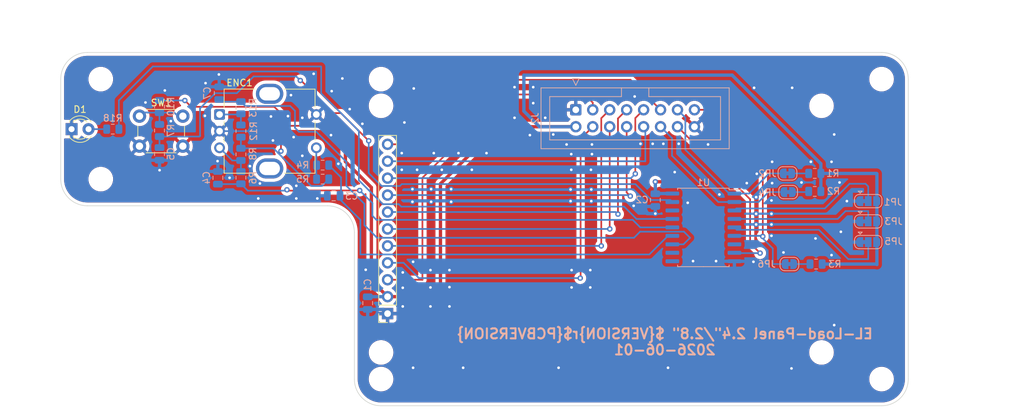
<source format=kicad_pcb>
(kicad_pcb (version 20221018) (generator pcbnew)
  (title_block (title "EL-Load-Panel 2.4\"/2.8\"") (date "2024-01-26") (rev "${VERSION}r${PCBVERSION}") (comment 2 "License: CERN-OHL-W-2.0"))
  (layers (0 "F.Cu" signal) (31 "B.Cu" signal) (34 "B.Paste" user) (35 "F.Paste" user) (36 "B.SilkS" user "B.Silkscreen") (37 "F.SilkS" user "F.Silkscreen") (38 "B.Mask" user) (39 "F.Mask" user) (44 "Edge.Cuts" user))
  (property "PCBVERSION" "2")
  (property "VERSION" "1")
  (net 0 "")
  (net 1 "+3V3")
  (net 2 "GND")
  (net 3 "/encS")
  (net 4 "/encB")
  (net 5 "/sw0")
  (net 6 "/encA")
  (net 7 "Net-(D1-A)")
  (net 8 "Net-(ENC1-PadA)")
  (net 9 "Net-(ENC1-PadB)")
  (net 10 "Net-(ENC1-PadS2)")
  (net 11 "/SCLK")
  (net 12 "/MOSI")
  (net 13 "/RESET")
  (net 14 "/DC")
  (net 15 "/BLK")
  (net 16 "/MISO")
  (net 17 "/CS1")
  (net 18 "/CS2")
  (net 19 "/PEN")
  (net 20 "/SDA")
  (net 21 "/SCL")
  (net 22 "/INT")
  (net 23 "/~{RESET}")
  (net 24 "/A2")
  (net 25 "Net-(JP2-B)")
  (net 26 "/A1")
  (net 27 "Net-(JP4-B)")
  (net 28 "/A0")
  (net 29 "Net-(JP6-B)")
  (net 30 "Net-(SW1-A)")
  (net 31 "/sw4")
  (footprint "LED_THT:LED_D3.0mm" (layer "F.Cu") (at 123.725 72.7)
    (fp_text reference "D1")
    (fp_text value "LED")
  )
  (footprint "MountingHole:MountingHole_3.2mm_M3" (layer "F.Cu") (at 128.1 65.2)
    (fp_text reference locked "H1" hide)
    (fp_text value "MountingHole")
  )
  (footprint "MountingHole:MountingHole_3.2mm_M3" (layer "F.Cu") (at 170.1 65.2)
    (fp_text reference "H7" hide)
    (fp_text value "MountingHole")
  )
  (footprint "MountingHole:MountingHole_3.2mm_M3" (layer "F.Cu") (at 236.1 106.2)
    (fp_text reference "H6" hide)
    (fp_text value "MountingHole")
  )
  (footprint "MountingHole:MountingHole_3.2mm_M3" (layer "F.Cu") (at 128.1 80.2)
    (fp_text reference "H4" hide)
    (fp_text value "MountingHole")
  )
  (footprint "MountingHole:MountingHole_3.2mm_M3" (layer "F.Cu") (at 245.1 110.2)
    (fp_text reference "H9" hide)
    (fp_text value "MountingHole")
  )
  (footprint "Button_Switch_THT:SW_PUSH_6mm_H8.5mm" (layer "F.Cu") (at 133.9 70.75)
    (fp_text reference "SW1")
    (fp_text value "ON/OFF")
  )
  (footprint "MountingHole:MountingHole_3.2mm_M3" (layer "F.Cu") (at 170.1 106.2)
    (fp_text reference "H3" hide)
    (fp_text value "MountingHole")
  )
  (footprint "MountingHole:MountingHole_3.2mm_M3" (layer "F.Cu") (at 170.1 110.2)
    (fp_text reference "H8" hide)
    (fp_text value "MountingHole")
  )
  (footprint "Connector_PinSocket_2.54mm:PinSocket_1x11_P2.54mm_Vertical" (layer "F.Cu") (at 171.075 100.375 180)
    (fp_text reference "J1" hide)
    (fp_text value "Touchscreen")
  )
  (footprint "MountingHole:MountingHole_3.2mm_M3" (layer "F.Cu") (at 245.1 65.2)
    (fp_text reference "H10" hide)
    (fp_text value "MountingHole")
  )
  (footprint "MountingHole:MountingHole_3.2mm_M3" (layer "F.Cu") (at 170.1 69.2)
    (fp_text reference "H2" hide)
    (fp_text value "MountingHole")
  )
  (footprint "MountingHole:MountingHole_3.2mm_M3" (layer "F.Cu") (at 236.1 69.2)
    (fp_text reference "H5" hide)
    (fp_text value "MountingHole")
  )
  (footprint "Rotary_Encoder:RotaryEncoder_Bourns_Vertical_PEC12R-3x17F-Sxxxx" (layer "F.Cu") (at 145.9 70.5)
    (fp_text reference "ENC1")
    (fp_text value "Bourns PEC11R")
  )
  (footprint "Jumper:SolderJumper-3_P1.3mm_Bridged12_RoundedPad1.0x1.5mm" (layer "B.Cu") (at 243.1 83.5)
    (fp_text reference "JP1")
    (fp_text value "A2")
  )
  (footprint "Resistor_SMD:R_0805_2012Metric" (layer "B.Cu") (at 149.1 69.4875 -90)
    (fp_text reference "R13")
    (fp_text value "10k")
  )
  (footprint "Capacitor_SMD:C_0805_2012Metric" (layer "B.Cu") (at 136.9 76.4125 -90)
    (fp_text reference "C5")
    (fp_text value "10n")
  )
  (footprint "Resistor_SMD:R_0805_2012Metric" (layer "B.Cu") (at 149.1 72.9875 90)
    (fp_text reference "R12")
    (fp_text value "10k")
  )
  (footprint "Jumper:SolderJumper-3_P1.3mm_Bridged12_RoundedPad1.0x1.5mm" (layer "B.Cu") (at 243.1 89.6425)
    (fp_text reference "JP5")
    (fp_text value "A0")
  )
  (footprint "Resistor_SMD:R_0805_2012Metric" (layer "B.Cu") (at 149.1 79.9875 90)
    (fp_text reference "R6")
    (fp_text value "10k")
  )
  (footprint "Resistor_SMD:R_0805_2012Metric" (layer "B.Cu") (at 161.35 80.2 180)
    (fp_text reference "R5")
    (fp_text value "10k")
  )
  (footprint "Jumper:SolderJumper-2_P1.3mm_Bridged_RoundedPad1.0x1.5mm" (layer "B.Cu") (at 231 79.3425)
    (fp_text reference "JP2")
    (fp_text value "SCL PU")
  )
  (footprint "Resistor_SMD:R_0805_2012Metric" (layer "B.Cu") (at 136.9 69.3125 -90)
    (fp_text reference "R10")
    (fp_text value "10k")
  )
  (footprint "Resistor_SMD:R_0805_2012Metric" (layer "B.Cu") (at 235.0875 82.0425 180)
    (fp_text reference "R2")
    (fp_text value "10k")
  )
  (footprint "Resistor_SMD:R_0805_2012Metric" (layer "B.Cu") (at 129.9 72.7 180)
    (fp_text reference "R18")
    (fp_text value "270")
  )
  (footprint "Capacitor_SMD:C_0805_2012Metric" (layer "B.Cu") (at 211.2 83.3425 -90)
    (fp_text reference "C2")
    (fp_text value "100n")
  )
  (footprint "Resistor_SMD:R_0805_2012Metric" (layer "B.Cu") (at 136.9 72.9 90)
    (fp_text reference "R7")
    (fp_text value "10k")
  )
  (footprint "Resistor_SMD:R_0805_2012Metric" (layer "B.Cu") (at 161.35 78.1 180)
    (fp_text reference "R4")
    (fp_text value "10k")
  )
  (footprint "Capacitor_SMD:C_0805_2012Metric" (layer "B.Cu") (at 168.1 98.8 -90)
    (fp_text reference "C1")
    (fp_text value "1u")
  )
  (footprint "Jumper:SolderJumper-2_P1.3mm_Bridged_RoundedPad1.0x1.5mm" (layer "B.Cu") (at 231.2875 92.9425)
    (fp_text reference "JP6")
    (fp_text value "RST PU")
  )
  (footprint "Capacitor_SMD:C_0805_2012Metric" (layer "B.Cu") (at 145.65 80 90)
    (fp_text reference "C4")
    (fp_text value "10n")
  )
  (footprint "Capacitor_SMD:C_0805_2012Metric" (layer "B.Cu") (at 163 82.7 180)
    (fp_text reference "C3")
    (fp_text value "10n")
  )
  (footprint "Resistor_SMD:R_0805_2012Metric" (layer "B.Cu") (at 149.1 76.4875 -90)
    (fp_text reference "R8")
    (fp_text value "10k")
  )
  (footprint "Connector_IDC:IDC-Header_2x08_P2.54mm_Vertical" (layer "B.Cu") (at 199.28 69.8 -90)
    (fp_text reference "J2")
    (fp_text value "Conn_02x08_Odd_Even")
  )
  (footprint "Jumper:SolderJumper-3_P1.3mm_Bridged12_RoundedPad1.0x1.5mm" (layer "B.Cu") (at 243.1 86.5425)
    (fp_text reference "JP3")
    (fp_text value "A1")
  )
  (footprint "Package_SO:SOIC-18W_7.5x11.6mm_P1.27mm" (layer "B.Cu") (at 218.4 87.4425 180)
    (fp_text reference "U1")
    (fp_text value "MCP23008-xSO")
  )
  (footprint "Capacitor_SMD:C_0805_2012Metric" (layer "B.Cu") (at 145.85 67.3 90)
    (fp_text reference "C7")
    (fp_text value "10n")
  )
  (footprint "Resistor_SMD:R_0805_2012Metric" (layer "B.Cu") (at 235.2875 92.9425 180)
    (fp_text reference "R3")
    (fp_text value "10k")
  )
  (footprint "Resistor_SMD:R_0805_2012Metric" (layer "B.Cu") (at 235.0875 79.3425 180)
    (fp_text reference "R1")
    (fp_text value "10k")
  )
  (footprint "Jumper:SolderJumper-2_P1.3mm_Bridged_RoundedPad1.0x1.5mm" (layer "B.Cu") (at 231.1 82.1425)
    (fp_text reference "JP4")
    (fp_text value "SDA PU")
  )
  (gr_arc locked (start 245.1 61.2) (mid 247.928427 62.371573) (end 249.1 65.2) (stroke (width 0.1)) (layer "Edge.Cuts"))
  (gr_line (start 170.1 114.2) (end 245.1 114.2) (stroke (width 0.1)) (layer "Edge.Cuts"))
  (gr_arc (start 170.1 114.2) (mid 167.271573 113.028427) (end 166.1 110.2) (stroke (width 0.1)) (layer "Edge.Cuts"))
  (gr_line (start 122.1 65.2) (end 122.101384 80.2) (stroke (width 0.1)) (layer "Edge.Cuts"))
  (gr_arc (start 162.101384 84.201384) (mid 164.928843 85.372546) (end 166.1 88.2) (stroke (width 0.1)) (layer "Edge.Cuts"))
  (gr_line (start 126.1 61.2) (end 245.1 61.2) (stroke (width 0.1)) (layer "Edge.Cuts"))
  (gr_arc (start 122.1 65.2) (mid 123.271573 62.371573) (end 126.1 61.2) (stroke (width 0.1)) (layer "Edge.Cuts"))
  (gr_line (start 126.1 84.198616) (end 162.101384 84.201384) (stroke (width 0.1)) (layer "Edge.Cuts"))
  (gr_line (start 166.1 110.2) (end 166.1 88.2) (stroke (width 0.1)) (layer "Edge.Cuts"))
  (gr_arc (start 126.1 84.198616) (mid 123.272552 83.027448) (end 122.101384 80.2) (stroke (width 0.1)) (layer "Edge.Cuts"))
  (gr_line (start 249.1 65.2) (end 249.1 110.2) (stroke (width 0.1)) (layer "Edge.Cuts"))
  (gr_arc locked (start 249.1 110.2) (mid 247.928427 113.028427) (end 245.1 114.2) (stroke (width 0.1)) (layer "Edge.Cuts"))
  (gr_text locked "${TITLE} ${REVISION}\n${CURRENT_DATE}" (at 212.6 106.7) (layer "B.SilkS") (effects (font (size 1.5 1.5) (thickness 0.3) bold) (justify bottom mirror)))
  (segment (start 218.6 84.2) (end 215 80.6) (width 0.5) (layer "F.Cu") (net 1))
  (segment (start 154.1 69.35) (end 155.1 70.35) (width 0.25) (layer "F.Cu") (net 1))
  (segment (start 215 80.6) (end 211.2 80.6) (width 0.5) (layer "F.Cu") (net 1))
  (segment (start 163.5 72.3) (end 163.4 72.2) (width 0.25) (layer "F.Cu") (net 1))
  (segment (start 164.76 73.56) (end 164.76 77.562082) (width 0.5) (layer "F.Cu") (net 1))
  (segment (start 187.56 72.34) (end 179 80.9) (width 0.5) (layer "F.Cu") (net 1))
  (segment (start 218.6 97.8) (end 218.6 84.2) (width 0.5) (layer "F.Cu") (net 1))
  (segment (start 179 97.8) (end 178.965 97.835) (width 0.5) (layer "F.Cu") (net 1))
  (segment (start 163.4 72.2) (end 155.2 72.2) (width 0.25) (layer "F.Cu") (net 1))
  (segment (start 179 95.9) (end 179 97.8) (width 0.5) (layer "F.Cu") (net 1))
  (segment (start 168.65 81.452082) (end 168.65 95.41) (width 0.5) (layer "F.Cu") (net 1))
  (segment (start 140.7 68.4) (end 141.65 69.35) (width 0.25) (layer "F.Cu") (net 1))
  (segment (start 179 97.8) (end 218.6 97.8) (width 0.5) (layer "F.Cu") (net 1))
  (segment (start 199.28 72.34) (end 187.56 72.34) (width 0.5) (layer "F.Cu") (net 1))
  (segment (start 141.65 69.35) (end 154.1 69.35) (width 0.25) (layer "F.Cu") (net 1))
  (segment (start 178.965 97.835) (end 171.075 97.835) (width 0.5) (layer "F.Cu") (net 1))
  (segment (start 163.5 72.3) (end 164.76 73.56) (width 0.5) (layer "F.Cu") (net 1))
  (segment (start 155.2 72.2) (end 155.1 72.1) (width 0.25) (layer "F.Cu") (net 1))
  (segment (start 179 80.9) (end 179 95.9) (width 0.5) (layer "F.Cu") (net 1))
  (segment (start 155.1 70.35) (end 155.1 76) (width 0.25) (layer "F.Cu") (net 1))
  (segment (start 168.65 95.41) (end 171.075 97.835) (width 0.5) (layer "F.Cu") (net 1))
  (segment (start 164.76 77.562082) (end 168.65 81.452082) (width 0.5) (layer "F.Cu") (net 1))
  (via (at 155.1 76) (size 0.8) (drill 0.4) (layers "F.Cu" "B.Cu") (net 1))
  (via (at 140.7 68.4) (size 0.8) (drill 0.4) (layers "F.Cu" "B.Cu") (net 1))
  (via (at 211.2 80.6) (size 0.8) (drill 0.4) (layers "F.Cu" "B.Cu") (net 1))
  (segment (start 213.75 82.3625) (end 211.23 82.3625) (width 0.5) (layer "B.Cu") (net 1))
  (segment (start 154.775 76.325) (end 154.725 76.325) (width 0.25) (layer "B.Cu") (net 1))
  (segment (start 236 79.3425) (end 236 77.897918) (width 0.5) (layer "B.Cu") (net 1))
  (segment (start 159.625 81.225) (end 161.2375 81.225) (width 0.25) (layer "B.Cu") (net 1))
  (segment (start 161.2375 81.225) (end 162.2625 80.2) (width 0.25) (layer "B.Cu") (net 1))
  (segment (start 168.115 97.835) (end 168.1 97.85) (width 0.5) (layer "B.Cu") (net 1))
  (segment (start 244.4 79.4) (end 244.4 83.5) (width 0.5) (layer "B.Cu") (net 1))
  (segment (start 244.4 93) (end 244.3425 92.9425) (width 0.5) (layer "B.Cu") (net 1))
  (segment (start 236 79.3425) (end 244.3425 79.3425) (width 0.5) (layer "B.Cu") (net 1))
  (segment (start 149.1 73.9) (end 149.1 75.575) (width 0.25) (layer "B.Cu") (net 1))
  (segment (start 222.702082 64.6) (end 191.5 64.6) (width 0.5) (layer "B.Cu") (net 1))
  (segment (start 153.975 75.575) (end 154.725 76.325) (width 0.25) (layer "B.Cu") (net 1))
  (segment (start 136.9 68.4) (end 140.7 68.4) (width 0.25) (layer "B.Cu") (net 1))
  (segment (start 244.3425 92.9425) (end 236.2 92.9425) (width 0.5) (layer "B.Cu") (net 1))
  (segment (start 154.725 76.325) (end 159.625 81.225) (width 0.25) (layer "B.Cu") (net 1))
  (segment (start 155.1 76) (end 154.775 76.325) (width 0.25) (layer "B.Cu") (net 1))
  (segment (start 191.5 64.6) (end 191.5 70) (width 0.5) (layer "B.Cu") (net 1))
  (segment (start 244.4 89.6425) (end 244.4 93) (width 0.5) (layer "B.Cu") (net 1))
  (segment (start 244.3425 79.3425) (end 244.4 79.4) (width 0.5) (layer "B.Cu") (net 1))
  (segment (start 211.23 82.3625) (end 211.2 82.3925) (width 0.5) (layer "B.Cu") (net 1))
  (segment (start 236 79.3425) (end 236 82.0425) (width 0.5) (layer "B.Cu") (net 1))
  (segment (start 149.1 75.575) (end 153.975 75.575) (width 0.25) (layer "B.Cu") (net 1))
  (segment (start 193.84 72.34) (end 199.28 72.34) (width 0.5) (layer "B.Cu") (net 1))
  (segment (start 171.075 97.835) (end 168.115 97.835) (width 0.5) (layer "B.Cu") (net 1))
  (segment (start 211.2 80.6) (end 211.2 82.3925) (width 0.5) (layer "B.Cu") (net 1))
  (segment (start 236 77.897918) (end 222.702082 64.6) (width 0.5) (layer "B.Cu") (net 1))
  (segment (start 191.5 70) (end 193.84 72.34) (width 0.5) (layer "B.Cu") (net 1))
  (segment (start 244.4 83.5) (end 244.4 89.6425) (width 0.5) (layer "B.Cu") (net 1))
  (via (at 177.6 81.7) (size 0.8) (drill 0.4) (layers "F.Cu" "B.Cu") (net 2))
  (via (at 173.2 78.8) (size 0.8) (drill 0.4) (layers "F.Cu" "B.Cu") (net 2))
  (via (at 208.9755 74.9) (size 0.8) (drill 0.4) (layers "F.Cu" "B.Cu") (net 2))
  (via (at 214.1 79.15) (size 0.8) (drill 0.4) (layers "F.Cu" "B.Cu") (net 2))
  (via (at 237.6 77.6) (size 0.8) (drill 0.4) (layers "F.Cu" "B.Cu") (net 2))
  (via (at 201.6 83.5) (size 0.8) (drill 0.4) (layers "F.Cu" "B.Cu") (net 2))
  (via (at 228.6 88.7) (size 0.8) (drill 0.4) (layers "F.Cu" "B.Cu") (net 2))
  (via (at 145.8 64.5) (size 0.8) (drill 0.4) (layers "F.Cu" "B.Cu") (net 2))
  (via (at 185.9 76.3) (size 0.8) (drill 0.4) (layers "F.Cu" "B.Cu") (net 2))
  (via (at 156.15 70.75) (size 0.8) (drill 0.4) (layers "F.Cu" "B.Cu") (net 2))
  (via (at 147.4 80) (size 0.8) (drill 0.4) (layers "F.Cu" "B.Cu") (net 2))
  (via (at 134.8 68.7) (size 0.8) (drill 0.4) (layers "F.Cu" "B.Cu") (net 2))
  (via (at 226 66.5) (size 0.8) (drill 0.4) (layers "F.Cu" "B.Cu") (net 2))
  (via (at 136.91 78.8625) (size 0.8) (drill 0.4) (layers "F.Cu" "B.Cu") (net 2))
  (via (at 157.4 81.2) (size 0.8) (drill 0.4) (layers "F.Cu" "B.Cu") (net 2))
  (via (at 158.3 71) (size 0.8) (drill 0.4) (layers "F.Cu" "B.Cu") (net 2))
  (via (at 237.6 91.6) (size 0.8) (drill 0.4) (layers "F.Cu" "B.Cu") (net 2))
  (via (at 216.85 92.5) (size 0.8) (drill 0.4) (layers "F.Cu" "B.Cu") (net 2))
  (via (at 158.3 76.7) (size 0.8) (drill 0.4) (layers "F.Cu" "B.Cu") (net 2))
  (via (at 230.4 91.2) (size 0.8) (drill 0.4) (layers "F.Cu" "B.Cu") (net 2))
  (via (at 198.65 93.85) (size 0.8) (drill 0.4) (layers "F.Cu" "B.Cu") (net 2))
  (via (at 198.6 76.45) (size 0.8) (drill 0.4) (layers "F.Cu" "B.Cu") (net 2))
  (via (at 175.5 78.8) (size 0.8) (drill 0.4) (layers "F.Cu" "B.Cu") (net 2))
  (via (at 177.6 83.6) (size 0.8) (drill 0.4) (layers "F.Cu" "B.Cu") (net 2))
  (via (at 174.9 92.6) (size 0.8) (drill 0.4) (layers "F.Cu" "B.Cu") (net 2))
  (via (at 173.35 94.2) (size 0.8) (drill 0.4) (layers "F.Cu" "B.Cu") (net 2))
  (via (at 175 66.6) (size 0.8) (drill 0.4) (layers "F.Cu" "B.Cu") (net 2))
  (via (at 216.05 83.75) (size 0.8) (drill 0.4) (layers "F.Cu" "B.Cu") (net 2))
  (via (at 177.5 93.85) (size 0.8) (drill 0.4) (layers "F.Cu" "B.Cu") (net 2))
  (via (at 226.4 79.4) (size 0.8) (drill 0.4) (layers "F.Cu" "B.Cu") (net 2))
  (via (at 160 64.4) (size 0.8) (drill 0.4) (layers "F.Cu" "B.Cu") (net 2))
  (via (at 228.7 77.6) (size 0.8) (drill 0.4) (layers "F.Cu" "B.Cu") (net 2))
  (via (at 201.7 76.45) (size 0.8) (drill 0.4) (layers "F.Cu" "B.Cu") (net 2))
  (via (at 198.6 78.8) (size 0.8) (drill 0.4) (layers "F.Cu" "B.Cu") (net 2))
  (via (at 137.7 66.9) (size 0.8) (drill 0.4) (layers "F.Cu" "B.Cu") (net 2))
  (via (at 151.95 80.85) (size 0.8) (drill 0.4) (layers "F.Cu" "B.Cu") (net 2))
  (via (at 212.4 74.9) (size 0.8) (drill 0.4) (layers "F.Cu" "B.Cu") (net 2))
  (via (at 192.9 66.4) (size 0.8) (drill 0.4) (layers "F.Cu" "B.Cu") (net 2))
  (via (at 207.95 84.2) (size 0.8) (drill 0.4) (layers "F.Cu" "B.Cu") (net 2))
  (via (at 180.6 83.6) (size 0.8) (drill 0.4) (layers "F.Cu" "B.Cu") (net 2))
  (via (at 228.6 87) (size 0.8) (drill 0.4) (layers "F.Cu" "B.Cu") (net 2))
  (via (at 190.1 66.4) (size 0.8) (drill 0.4) (layers "F.Cu" "B.Cu") (net 2))
  (via (at 201.55 78.8) (size 0.8) (drill 0.4) (layers "F.Cu" "B.Cu") (net 2))
  (via (at 174.8 83.6) (size 0.8) (drill 0.4) (layers "F.Cu" "B.Cu") (net 2))
  (via (at 162.7 67) (size 0.8) (drill 0.4) (layers "F.Cu" "B.Cu") (net 2))
  (via (at 180.35 99.3) (size 0.8) (drill 0.4) (layers "F.Cu" "B.Cu") (net 2))
  (via (at 220.8 82.5) (size 0.8) (drill 0.4) (layers "F.Cu" "B.Cu") (net 2))
  (via (at 143.8 65.8) (size 0.8) (drill 0.4) (layers "F.Cu" "B.Cu") (net 2))
  (via (at 214.7 74.9) (size 0.8) (drill 0.4) (layers "F.Cu" "B.Cu") (net 2))
  (via (at 167.8 93.8) (size 0.8) (drill 0.4) (layers "F.Cu" "B.Cu") (net 2))
  (via (at 228.6 83.4) (size 0.8) (drill 0.4) (layers "F.Cu" "B.Cu") (net 2))
  (via (at 150.45 78.25) (size 0.8) (drill 0.4) (layers "F.Cu" "B.Cu") (net 2))
  (via (at 151.7 83.1) (size 0.8) (drill 0.4) (layers "F.Cu" "B.Cu") (net 2))
  (via (at 181.7 76.3) (size 0.8) (drill 0.4) (layers "F.Cu" "B.Cu") (net 2))
  (via (at 226.3 82.9) (size 0.8) (drill 0.4) (layers "F.Cu" "B.Cu") (net 2))
  (via (at 233.1 80.7) (size 0.8) (drill 0.4) (layers "F.Cu" "B.Cu") (net 2))
  (via (at 167.3 71.9) (size 0.8) (drill 0.4) (layers "F.Cu" "B.Cu") (net 2))
  (via (at 239 88.1) (size 0.8) (drill 0.4) (layers "F.Cu" "B.Cu") (net 2))
  (via (at 208.1 67.8) (size 0.8) (drill 0.4) (layers "F.Cu" "B.Cu") (net 2))
  (via (at 143.7 70.7) (size 0.8) (drill 0.4) (layers "F.Cu" "B.Cu") (net 2))
  (via (at 194.7 71) (size 0.8) (drill 0.4) (layers "F.Cu" "B.Cu") (net 2))
  (via (at 213.1 108.5) (size 0.8) (drill 0.4) (layers "F.Cu" "B.Cu") (net 2))
  (via (at 195.9 73.5) (size 0.8) (drill 0.4) (layers "F.Cu" "B.Cu") (net 2))
  (via (at 196.7 108.5) (size 0.8) (drill 0.4) (layers "F.Cu" "B.Cu") (net 2))
  (via (at 201.7 75) (size 0.8) (drill 0.4) (layers "F.Cu" "B.Cu") (net 2))
  (via (at 225.9 92.6) (size 0.8) (drill 0.4) (layers "F.Cu" "B.Cu") (net 2))
  (via (at 226.3 87) (size 0.8) (drill 0.4) (layers "F.Cu" "B.Cu") (net 2))
  (via (at 157 73.9) (size 0.8) (drill 0.4) (layers "F.Cu" "B.Cu") (net 2))
  (via (at 183.7 78.8) (size 0.8) (drill 0.4) (layers "F.Cu" "B.Cu") (net 2))
  (via (at 228.6 85.4) (size 0.8) (drill 0.4) (layers "F.Cu" "B.Cu") (net 2))
  (via (at 173.35 99.3) (size 0.8) (drill 0.4) (layers "F.Cu" "B.Cu") (net 2))
  (via (at 210.8 74.9) (size 0.8) (drill 0.4) (layers "F.Cu" "B.Cu") (net 2))
  (via (at 198.65 96.45) (size 0.8) (drill 0.4) (layers "F.Cu" "B.Cu") (net 2))
  (via (at 163.7 77.9) (size 0.8) (drill 0.4) (layers "F.Cu" "B.Cu") (net 2))
  (via (at 173.2 76.3) (size 0.8) (drill 0.4) (layers "F.Cu" "B.Cu") (net 2))
  (via (at 231.7 66.5) (size 0.8) (drill 0.4) (layers "F.Cu" "B.Cu") (net 2))
  (via (at 224.9 80.8) (size 0.8) (drill 0.4) (layers "F.Cu" "B.Cu") (net 2))
  (via (at 201.45 96.45) (size 0.8) (drill 0.4) (layers "F.Cu" "B.Cu") (net 2))
  (via (at 239.9 83.5) (size 0.8) (drill 0.4) (layers "F.Cu" "B.Cu") (net 2))
  (via (at 220.3 92.5) (size 0.8) (drill 0.4) (layers "F.Cu" "B.Cu") (net 2))
  (via (at 173.6 71.7) (size 0.8) (drill 0.4) (layers "F.Cu" "B.Cu") (net 2))
  (via (at 164.3 65.1) (size 0.8) (drill 0.4) (layers "F.Cu" "B.Cu") (net 2))
  (via (at 192.4 73.6) (size 0.8) (drill 0.4) (layers "F.Cu" "B.Cu") (net 2))
  (via (at 231.6 108.6) (size 0.8) (drill 0.4) (layers "F.Cu" "B.Cu") (net 2))
  (via (at 238 102.1) (size 0.8) (drill 0.4) (layers "F.Cu" "B.Cu") (net 2))
  (via (at 165.4 69.7) (size 0.8) (drill 0.4) (layers "F.Cu" "B.Cu") (net 2))
  (via (at 226.3 85.4) (size 0.8) (drill 0.4) (layers "F.Cu" "B.Cu") (net 2))
  (via (at 238.8 80.7) (size 0.8) (drill 0.4) (layers "F.Cu" "B.Cu") (net 2))
  (via (at 219.1 75) (size 0.8) (drill 0.4) (layers "F.Cu" "B.Cu") (net 2))
  (via (at 198.5 81.75) (size 0.8) (drill 0.4) (layers "F.Cu" "B.Cu") (net 2))
  (via (at 201.6 81.75) (size 0.8) (drill 0.4) (layers "F.Cu" "B.Cu") (net 2))
  (via (at 228.7 80.8) (size 0.8) (drill 0.4) (layers "F.Cu" "B.Cu") (net 2))
  (via (at 235.2 89.1) (size 0.8) (drill 0.4) (layers "F.Cu" "B.Cu") (net 2))
  (via (at 174.9 108.5) (size 0.8) (drill 0.4) (layers "F.Cu" "B.Cu") (net 2))
  (via (at 198.5 83.5) (size 0.8) (drill 0.4) (layers "F.Cu" "B.Cu") (net 2))
  (via (at 162.6 73.6) (size 0.8) (drill 0.4) (layers "F.Cu" "B.Cu") (net 2))
  (via (at 178 76.3) (size 0.8) (drill 0.4) (layers "F.Cu" "B.Cu") (net 2))
  (via (at 173.35 96.5) (size 0.8) (drill 0.4) (layers "F.Cu" "B.Cu") (net 2))
  (via (at 138.6 71.5) (size 0.8) (drill 0.4) (layers "F.Cu" "B.Cu") (net 2))
  (via (at 180.35 96.4) (size 0.8) (drill 0.4) (layers "F.Cu" "B.Cu") (net 2))
  (via (at 174.8 81.7) (size 0.8) (drill 0.4) (layers "F.Cu" "B.Cu") (net 2))
  (via (at 180.6 81.7) (size 0.8) (drill 0.4) (layers "F.Cu" "B.Cu") (net 2))
  (via (at 153.6 70.8) (size 0.8) (drill 0.4) (layers "F.Cu" "B.Cu") (net 2))
  (via (at 177.5 96.45) (size 0.8) (drill 0.4) (layers "F.Cu" "B.Cu") (net 2))
  (via (at 157.4 83.1) (size 0.8) (drill 0.4) (layers "F.Cu" "B.Cu") (net 2))
  (via (at 192.9 68.8) (size 0.8) (drill 0.4) (layers "F.Cu" "B.Cu") (net 2))
  (via (at 197.9 75) (size 0.8) (drill 0.4) (layers "F.Cu" "B.Cu") (net 2))
  (via (at 145.6 77.5) (size 0.8) (drill 0.4) (layers "F.Cu" "B.Cu") (net 2))
  (via (at 234.5 77.6) (size 0.8) (drill 0.4) (layers "F.Cu" "B.Cu") (net 2))
  (via (at 177.5 99.3) (size 0.8) (drill 0.4) (layers "F.Cu" "B.Cu") (net 2))
  (via (at 180.35 93.85) (size 0.8) (drill 0.4) (layers "F.Cu" "B.Cu") (net 2))
  (via (at 190.1 71) (size 0.8) (drill 0.4) (layers "F.Cu" "B.Cu") (net 2))
  (via (at 201.45 93.85) (size 0.8) (drill 0.4) (layers "F.Cu" "B.Cu") (net 2))
  (via (at 156.6 67.6) (size 0.8) (drill 0.4) (layers "F.Cu" "B.Cu") (net 2))
  (via (at 182.4 108.5) (size 0.8) (drill 0.4) (layers "F.Cu" "B.Cu") (net 2))
  (via (at 211.2 85.3755) (size 0.8) (drill 0.4) (layers "F.Cu" "B.Cu") (net 2))
  (via (at 179.2 78.8) (size 0.8) (drill 0.4) (layers "F.Cu" "B.Cu") (net 2))
  (via (at 153.9 74.4) (size 0.8) (drill 0.4) (layers "F.Cu" "B.Cu") (net 2))
  (via (at 238 73.5) (size 0.8) (drill 0.4) (layers "F.Cu" "B.Cu") (net 2))
  (via (at 160.55 83.1) (size 0.8) (drill 0.4) (layers "F.Cu" "B.Cu") (net 2))
  (segment (start 240.5425 89.6425) (end 239 88.1) (width 0.5) (layer "B.Cu") (net 2))
  (segment (start 170.45 99.75) (end 171.075 100.375) (width 0.5) (layer "B.Cu") (net 2))
  (segment (start 240.5575 86.5425) (end 241.8 86.5425) (width 0.5) (layer "B.Cu") (net 2))
  (segment (start 145.9 73) (end 151.4 73) (width 0.25) (layer "B.Cu") (net 2))
  (segment (start 241.8 83.5) (end 239.9 83.5) (width 0.5) (layer "B.Cu") (net 2))
  (segment (start 241.8 89.6425) (end 240.5425 89.6425) (width 0.5) (layer "B.Cu") (net 2))
  (segment (start 209.9755 85.3755) (end 209.5 84.9) (width 0.5) (layer "B.Cu") (net 2))
  (segment (start 211.2 85.3755) (end 209.9755 85.3755) (width 0.5) (layer "B.Cu") (net 2))
  (segment (start 151.4 73) (end 153.6 70.8) (width 0.25) (layer "B.Cu") (net 2))
  (segment (start 239 88.1) (end 240.5575 86.5425) (width 0.5) (layer "B.Cu") (net 2))
  (segment (start 168.1 99.75) (end 170.45 99.75) (width 0.5) (layer "B.Cu") (net 2))
  (segment (start 211.2 85.3755) (end 211.2 84.2925) (width 0.5) (layer "B.Cu") (net 2))
  (segment (start 164.1 83.4) (end 167 86.3) (width 0.25) (layer "B.Cu") (net 3))
  (segment (start 213.0875 88.7125) (end 213.75 88.7125) (width 0.25) (layer "B.Cu") (net 3))
  (segment (start 210.3 91.5) (end 213.0875 88.7125) (width 0.25) (layer "B.Cu") (net 3))
  (segment (start 167 91.5) (end 210.3 91.5) (width 0.25) (layer "B.Cu") (net 3))
  (segment (start 162.2625 78.1) (end 164.1 79.9375) (width 0.25) (layer "B.Cu") (net 3))
  (segment (start 167 86.3) (end 167 91.5) (width 0.25) (layer "B.Cu") (net 3))
  (segment (start 164.1 79.9375) (end 164.1 83.4) (width 0.25) (layer "B.Cu") (net 3))
  (segment (start 166.9 81.9) (end 157.725305 81.9) (width 0.25) (layer "F.Cu") (net 4))
  (segment (start 157.700305 81.925) (end 156.125 81.925) (width 0.25) (layer "F.Cu") (net 4))
  (segment (start 156.125 81.925) (end 156 81.8) (width 0.25) (layer "F.Cu") (net 4))
  (segment (start 157.725305 81.9) (end 157.700305 81.925) (width 0.25) (layer "F.Cu") (net 4))
  (via (at 156 81.8) (size 0.8) (drill 0.4) (layers "F.Cu" "B.Cu") (net 4))
  (via (at 166.9 81.9) (size 0.8) (drill 0.4) (layers "F.Cu" "B.Cu") (net 4))
  (segment (start 150.125 81.925) (end 149.1 80.9) (width 0.25) (layer "B.Cu") (net 4))
  (segment (start 155.875 81.925) (end 150.125 81.925) (width 0.25) (layer "B.Cu") (net 4))
  (segment (start 168.8 85.7) (end 169.41 86.31) (width 0.25) (layer "B.Cu") (net 4))
  (segment (start 166.9 81.9) (end 168.8 83.8) (width 0.25) (layer "B.Cu") (net 4))
  (segment (start 168.8 83.8) (end 168.8 85.7) (width 0.25) (layer "B.Cu") (net 4))
  (segment (start 208.9425 87.4425) (end 213.75 87.4425) (width 0.25) (layer "B.Cu") (net 4))
  (segment (start 156 81.8) (end 155.875 81.925) (width 0.25) (layer "B.Cu") (net 4))
  (segment (start 169.41 86.31) (end 207.81 86.31) (width 0.25) (layer "B.Cu") (net 4))
  (segment (start 207.81 86.31) (end 208.9425 87.4425) (width 0.25) (layer "B.Cu") (net 4))
  (segment (start 145.65 80.95) (end 149.05 80.95) (width 0.25) (layer "B.Cu") (net 4))
  (segment (start 149.05 80.95) (end 149.1 80.9) (width 0.25) (layer "B.Cu") (net 4))
  (segment (start 164.1 70.3) (end 163 70.3) (width 0.25) (layer "F.Cu") (net 5))
  (segment (start 158.1 65.4) (end 158 65.4) (width 0.25) (layer "F.Cu") (net 5))
  (segment (start 168.25 74.45) (end 164.1 70.3) (width 0.25) (layer "F.Cu") (net 5))
  (segment (start 163 70.3) (end 158.1 65.4) (width 0.25) (layer "F.Cu") (net 5))
  (via (at 158 65.4) (size 0.8) (drill 0.4) (layers "F.Cu" "B.Cu") (net 5))
  (via (at 168.25 74.45) (size 0.8) (drill 0.4) (layers "F.Cu" "B.Cu") (net 5))
  (segment (start 213.450001 83.332501) (end 213.75 83.6325) (width 0.25) (layer "B.Cu") (net 5))
  (segment (start 145.2549 67.3) (end 148.5 67.3) (width 0.25) (layer "B.Cu") (net 5))
  (segment (start 168.25 74.45) (end 168.25 79.3) (width 0.25) (layer "B.Cu") (net 5))
  (segment (start 142.8875 73.8125) (end 143 73.7) (width 0.25) (layer "B.Cu") (net 5))
  (segment (start 136.9 73.8125) (end 142.8875 73.8125) (width 0.25) (layer "B.Cu") (net 5))
  (segment (start 142.975 73.675) (end 142.975 69.5799) (width 0.25) (layer "B.Cu") (net 5))
  (segment (start 210.594901 83.332501) (end 213.450001 83.332501) (width 0.25) (layer "B.Cu") (net 5))
  (segment (start 170.18 81.23) (end 172.92 81.23) (width 0.25) (layer "B.Cu") (net 5))
  (segment (start 208.2124 80.95) (end 210.594901 83.332501) (width 0.25) (layer "B.Cu") (net 5))
  (segment (start 173.2 80.95) (end 208.2124 80.95) (width 0.25) (layer "B.Cu") (net 5))
  (segment (start 172.92 81.23) (end 173.2 80.95) (width 0.25) (layer "B.Cu") (net 5))
  (segment (start 142.975 69.5799) (end 145.2549 67.3) (width 0.25) (layer "B.Cu") (net 5))
  (segment (start 157.4 64.8) (end 158 65.4) (width 0.25) (layer "B.Cu") (net 5))
  (segment (start 151 64.8) (end 157.4 64.8) (width 0.25) (layer "B.Cu") (net 5))
  (segment (start 143 73.7) (end 142.975 73.675) (width 0.25) (layer "B.Cu") (net 5))
  (segment (start 168.25 79.3) (end 170.18 81.23) (width 0.25) (layer "B.Cu") (net 5))
  (segment (start 136.9 73.8125) (end 136.9 75.4625) (width 0.25) (layer "B.Cu") (net 5))
  (segment (start 148.5 67.3) (end 151 64.8) (width 0.25) (layer "B.Cu") (net 5))
  (segment (start 208 89) (end 169.5 89) (width 0.25) (layer "B.Cu") (net 6))
  (segment (start 164.9 77.6) (end 160.4 73.1) (width 0.25) (layer "B.Cu") (net 6))
  (segment (start 164.9 81.2) (end 164.9 77.6) (width 0.25) (layer "B.Cu") (net 6))
  (segment (start 216.4 89) (end 215.4875 88.0875) (width 0.25) (layer "B.Cu") (net 6))
  (segment (start 146.175 68.575) (end 145.85 68.25) (width 0.25) (layer "B.Cu") (net 6))
  (segment (start 213.75 89.9825) (end 215.4175 89.9825) (width 0.25) (layer "B.Cu") (net 6))
  (segment (start 149.1 68.575) (end 146.175 68.575) (width 0.25) (layer "B.Cu") (net 6))
  (segment (start 169.5 89) (end 167.6 87.1) (width 0.25) (layer "B.Cu") (net 6))
  (segment (start 157.8 73.1) (end 157.2 72.5) (width 0.25) (layer "B.Cu") (net 6))
  (segment (start 167.6 87.1) (end 167.6 83.9) (width 0.25) (layer "B.Cu") (net 6))
  (segment (start 208.9125 88.0875) (end 208 89) (width 0.25) (layer "B.Cu") (net 6))
  (segment (start 167.6 83.9) (end 164.9 81.2) (width 0.25) (layer "B.Cu") (net 6))
  (segment (start 160.4 73.1) (end 157.8 73.1) (width 0.25) (layer "B.Cu") (net 6))
  (segment (start 215.4175 89.9825) (end 216.4 89) (width 0.25) (layer "B.Cu") (net 6))
  (segment (start 149.75 69.225) (end 149.1 68.575) (width 0.25) (layer "B.Cu") (net 6))
  (segment (start 157.2 69.95) (end 156.475 69.225) (width 0.25) (layer "B.Cu") (net 6))
  (segment (start 157.2 72.5) (end 157.2 69.95) (width 0.25) (layer "B.Cu") (net 6))
  (segment (start 156.475 69.225) (end 149.75 69.225) (width 0.25) (layer "B.Cu") (net 6))
  (segment (start 215.4875 88.0875) (end 208.9125 88.0875) (width 0.25) (layer "B.Cu") (net 6))
  (segment (start 126.265 72.7) (end 128.9875 72.7) (width 0.25) (layer "B.Cu") (net 7))
  (segment (start 145.9 70.5) (end 149 70.5) (width 0.25) (layer "B.Cu") (net 8))
  (segment (start 149.1 70.4) (end 149.1 72.075) (width 0.25) (layer "B.Cu") (net 8))
  (segment (start 149 70.5) (end 149.1 70.4) (width 0.25) (layer "B.Cu") (net 8))
  (segment (start 149.1 79.075) (end 149.1 77.4) (width 0.25) (layer "B.Cu") (net 9))
  (segment (start 145.9 75.5) (end 147.8 77.4) (width 0.25) (layer "B.Cu") (net 9))
  (segment (start 147.8 77.4) (end 149.1 77.4) (width 0.25) (layer "B.Cu") (net 9))
  (segment (start 160.4 75.5) (end 160.4 80.1625) (width 0.25) (layer "B.Cu") (net 10))
  (segment (start 160.4 80.1625) (end 160.4375 80.2) (width 0.25) (layer "B.Cu") (net 10))
  (segment (start 188.8 67.5) (end 200.6 67.5) (width 0.25) (layer "F.Cu") (net 11))
  (segment (start 176.3 95.3) (end 176.3 80) (width 0.25) (layer "F.Cu") (net 11))
  (segment (start 176.295 95.295) (end 176.3 95.3) (width 0.25) (layer "F.Cu") (net 11))
  (segment (start 201.82 68.72) (end 201.82 69.8) (width 0.25) (layer "F.Cu") (net 11))
  (segment (start 200.6 67.5) (end 201.82 68.72) (width 0.25) (layer "F.Cu") (net 11))
  (segment (start 171.075 95.295) (end 176.295 95.295) (width 0.25) (layer "F.Cu") (net 11))
  (segment (start 176.3 80) (end 188.8 67.5) (width 0.25) (layer "F.Cu") (net 11))
  (segment (start 200 95) (end 200 74.16) (width 0.25) (layer "F.Cu") (net 12))
  (segment (start 199.95 95.05) (end 200 95) (width 0.25) (layer "F.Cu") (net 12))
  (segment (start 200 74.16) (end 201.82 72.34) (width 0.25) (layer "F.Cu") (net 12))
  (via (at 199.95 95.05) (size 0.8) (drill 0.4) (layers "F.Cu" "B.Cu") (net 12))
  (segment (start 175.775 95.05) (end 173.48 92.755) (width 0.25) (layer "B.Cu") (net 12))
  (segment (start 199.95 95.05) (end 175.775 95.05) (width 0.25) (layer "B.Cu") (net 12))
  (segment (start 173.48 92.755) (end 171.075 92.755) (width 0.25) (layer "B.Cu") (net 12))
  (segment (start 203.1 72.5) (end 203.1 71.06) (width 0.25) (layer "F.Cu") (net 13))
  (segment (start 203.1 71.06) (end 204.36 69.8) (width 0.25) (layer "F.Cu") (net 13))
  (segment (start 203.1 90.215) (end 203.1 72.5) (width 0.25) (layer "F.Cu") (net 13))
  (via (at 203.1 90.215) (size 0.8) (drill 0.4) (layers "F.Cu" "B.Cu") (net 13))
  (segment (start 203.1 90.215) (end 171.075 90.215) (width 0.25) (layer "B.Cu") (net 13))
  (segment (start 204.375 87.675) (end 204.36 87.66) (width 0.25) (layer "F.Cu") (net 14))
  (segment (start 204.36 87.66) (end 204.36 72.34) (width 0.25) (layer "F.Cu") (net 14))
  (via (at 204.375 87.675) (size 0.8) (drill 0.4) (layers "F.Cu" "B.Cu") (net 14))
  (segment (start 171.075 87.675) (end 204.375 87.675) (width 0.25) (layer "B.Cu") (net 14))
  (segment (start 204.4 87.7) (end 204.375 87.675) (width 0.25) (layer "B.Cu") (net 14))
  (segment (start 205.6 71.1) (end 206.9 69.8) (width 0.25) (layer "F.Cu") (net 15))
  (segment (start 205.6 85.45) (end 205.6 71.1) (width 0.25) (layer "F.Cu") (net 15))
  (via (at 205.6 85.45) (size 0.8) (drill 0.4) (layers "F.Cu" "B.Cu") (net 15))
  (segment (start 205.285 85.135) (end 171.075 85.135) (width 0.25) (layer "B.Cu") (net 15))
  (segment (start 205.6 85.45) (end 205.285 85.135) (width 0.25) (layer "B.Cu") (net 15))
  (segment (start 207.45 82.75) (end 206.9 82.2) (width 0.25) (layer "F.Cu") (net 16))
  (segment (start 206.9 82.2) (end 206.9 72.34) (width 0.25) (layer "F.Cu") (net 16))
  (via (at 207.45 82.75) (size 0.8) (drill 0.4) (layers "F.Cu" "B.Cu") (net 16))
  (segment (start 207.295 82.595) (end 171.075 82.595) (width 0.25) (layer "B.Cu") (net 16))
  (segment (start 207.45 82.75) (end 207.295 82.595) (width 0.25) (layer "B.Cu") (net 16))
  (segment (start 208.2 79.4) (end 208.2 71.04) (width 0.25) (layer "F.Cu") (net 17))
  (segment (start 208.2 71.04) (end 209.44 69.8) (width 0.25) (layer "F.Cu") (net 17))
  (via (at 208.2 79.4) (size 0.8) (drill 0.4) (layers "F.Cu" "B.Cu") (net 17))
  (segment (start 207.545 80.055) (end 171.075 80.055) (width 0.25) (layer "B.Cu") (net 17))
  (segment (start 208.2 79.4) (end 207.545 80.055) (width 0.25) (layer "B.Cu") (net 17))
  (segment (start 209.44 72.34) (end 209.7 72.6) (width 0.25) (layer "F.Cu") (net 18))
  (segment (start 209.685 77.515) (end 209.7 77.5) (width 0.25) (layer "B.Cu") (net 18))
  (segment (start 209.7 72.6) (end 209.44 72.34) (width 0.25) (layer "B.Cu") (net 18))
  (segment (start 209.7 77.5) (end 209.7 72.6) (width 0.25) (layer "B.Cu") (net 18))
  (segment (start 171.075 77.515) (end 209.685 77.515) (width 0.25) (layer "B.Cu") (net 18))
  (segment (start 171.075 74.975) (end 177.425 74.975) (width 0.25) (layer "F.Cu") (net 19))
  (segment (start 187.1 65.3) (end 207.48 65.3) (width 0.25) (layer "F.Cu") (net 19))
  (segment (start 177.425 74.975) (end 187.1 65.3) (width 0.25) (layer "F.Cu") (net 19))
  (segment (start 207.48 65.3) (end 211.98 69.8) (width 0.25) (layer "F.Cu") (net 19))
  (segment (start 228.1575 82.1425) (end 226.6675 83.6325) (width 0.25) (layer "B.Cu") (net 20))
  (segment (start 213.7 74.06) (end 213.7 76.7) (width 0.25) (layer "B.Cu") (net 20))
  (segment (start 213.7 76.7) (end 220.6325 83.6325) (width 0.25) (layer "B.Cu") (net 20))
  (segment (start 226.6675 83.6325) (end 223.05 83.6325) (width 0.25) (layer "B.Cu") (net 20))
  (segment (start 230.45 82.1425) (end 228.1575 82.1425) (width 0.25) (layer "B.Cu") (net 20))
  (segment (start 211.98 72.34) (end 213.7 74.06) (width 0.25) (layer "B.Cu") (net 20))
  (segment (start 220.6325 83.6325) (end 223.05 83.6325) (width 0.25) (layer "B.Cu") (net 20))
  (segment (start 222.8875 82.2) (end 223.05 82.3625) (width 0.25) (layer "B.Cu") (net 21))
  (segment (start 215.695 75.795) (end 222.2625 82.3625) (width 0.25) (layer "B.Cu") (net 21))
  (segment (start 214.52 69.8) (end 215.695 70.975) (width 0.25) (layer "B.Cu") (net 21))
  (segment (start 222.2625 82.3625) (end 223.05 82.3625) (width 0.25) (layer "B.Cu") (net 21))
  (segment (start 215.695 70.975) (end 215.695 75.795) (width 0.25) (layer "B.Cu") (net 21))
  (segment (start 223.05 82.3625) (end 225.2375 82.3625) (width 0.25) (layer "B.Cu") (net 21))
  (segment (start 228.2575 79.3425) (end 230.35 79.3425) (width 0.25) (layer "B.Cu") (net 21))
  (segment (start 225.2375 82.3625) (end 228.2575 79.3425) (width 0.25) (layer "B.Cu") (net 21))
  (segment (start 225.4 89.8) (end 226.9 91.3) (width 0.25) (layer "F.Cu") (net 22))
  (segment (start 225.4 83.22) (end 225.4 89.8) (width 0.25) (layer "F.Cu") (net 22))
  (segment (start 214.52 72.34) (end 214.52 72.42) (width 0.25) (layer "F.Cu") (net 22))
  (segment (start 214.52 72.34) (end 225.4 83.22) (width 0.25) (layer "F.Cu") (net 22))
  (via (at 226.9 91.3) (size 0.8) (drill 0.4) (layers "F.Cu" "B.Cu") (net 22))
  (segment (start 226.9 91.3) (end 223.0975 91.3) (width 0.25) (layer "B.Cu") (net 22))
  (segment (start 223.0975 91.3) (end 223.05 91.2525) (width 0.25) (layer "B.Cu") (net 22))
  (segment (start 217.06 69.8) (end 222.7 69.8) (width 0.25) (layer "F.Cu") (net 23))
  (segment (start 227.3 74.4) (end 227.3 88.8) (width 0.25) (layer "F.Cu") (net 23))
  (segment (start 222.7 69.8) (end 227.3 74.4) (width 0.25) (layer "F.Cu") (net 23))
  (via (at 227.3 88.8) (size 0.8) (drill 0.4) (layers "F.Cu" "B.Cu") (net 23))
  (segment (start 228.8 92.9) (end 228.8425 92.9425) (width 0.25) (layer "B.Cu") (net 23))
  (segment (start 224.5 88.7125) (end 226.9125 88.7125) (width 0.25) (layer "B.Cu") (net 23))
  (segment (start 227.3 88.8) (end 227.2125 88.7125) (width 0.25) (layer "B.Cu") (net 23))
  (segment (start 226.9125 88.7125) (end 228.8 90.6) (width 0.25) (layer "B.Cu") (net 23))
  (segment (start 228.8425 92.9425) (end 230.6375 92.9425) (width 0.25) (layer "B.Cu") (net 23))
  (segment (start 223.05 88.7125) (end 224.5 88.7125) (width 0.25) (layer "B.Cu") (net 23))
  (segment (start 227.2125 88.7125) (end 224.5 88.7125) (width 0.25) (layer "B.Cu") (net 23))
  (segment (start 228.8 90.6) (end 228.8 92.9) (width 0.25) (layer "B.Cu") (net 23))
  (segment (start 236.6 84.6) (end 240.3 80.9) (width 0.25) (layer "B.Cu") (net 24))
  (segment (start 240.3 80.9) (end 242.7 80.9) (width 0.25) (layer "B.Cu") (net 24))
  (segment (start 242.7 80.9) (end 243.1 81.3) (width 0.25) (layer "B.Cu") (net 24))
  (segment (start 223.3525 84.6) (end 236.6 84.6) (width 0.25) (layer "B.Cu") (net 24))
  (segment (start 243.1 81.3) (end 243.1 83.5) (width 0.25) (layer "B.Cu") (net 24))
  (segment (start 223.05 84.9025) (end 223.3525 84.6) (width 0.25) (layer "B.Cu") (net 24))
  (segment (start 231.65 79.3425) (end 234.175 79.3425) (width 0.25) (layer "B.Cu") (net 25))
  (segment (start 239.7 85) (end 243.1 85) (width 0.25) (layer "B.Cu") (net 26))
  (segment (start 238.5275 86.1725) (end 239.7 85) (width 0.25) (layer "B.Cu") (net 26))
  (segment (start 223.05 86.1725) (end 238.5275 86.1725) (width 0.25) (layer "B.Cu") (net 26))
  (segment (start 243.1 85) (end 243.1 86.5425) (width 0.25) (layer "B.Cu") (net 26))
  (segment (start 231.75 82.1425) (end 234.075 82.1425) (width 0.25) (layer "B.Cu") (net 27))
  (segment (start 234.075 82.1425) (end 234.175 82.0425) (width 0.25) (layer "B.Cu") (net 27))
  (segment (start 243.1 89.6425) (end 243.1 92.2) (width 0.25) (layer "B.Cu") (net 28))
  (segment (start 223.4075 87.8) (end 223.05 87.4425) (width 0.25) (layer "B.Cu") (net 28))
  (segment (start 235.7 87.8) (end 223.4075 87.8) (width 0.25) (layer "B.Cu") (net 28))
  (segment (start 243.1 92.2) (end 240.1 92.2) (width 0.25) (layer "B.Cu") (net 28))
  (segment (start 240.1 92.2) (end 235.7 87.8) (width 0.25) (layer "B.Cu") (net 28))
  (segment (start 234.375 92.9425) (end 231.9375 92.9425) (width 0.25) (layer "B.Cu") (net 29))
  (segment (start 134.45 70.2) (end 135.1 70.2) (width 0.25) (layer "B.Cu") (net 30))
  (segment (start 140.4 70.75) (end 139.65 70.75) (width 0.25) (layer "B.Cu") (net 30))
  (segment (start 139.075 70.225) (end 136.9 70.225) (width 0.25) (layer "B.Cu") (net 30))
  (segment (start 133.9 70.75) (end 134.45 70.2) (width 0.25) (layer "B.Cu") (net 30))
  (segment (start 135.125 70.225) (end 136.9 70.225) (width 0.25) (layer "B.Cu") (net 30))
  (segment (start 136.9 70.225) (end 136.9 71.9875) (width 0.25) (layer "B.Cu") (net 30))
  (segment (start 139.65 70.75) (end 139.1 70.2) (width 0.25) (layer "B.Cu") (net 30))
  (segment (start 135.1 70.2) (end 135.125 70.225) (width 0.25) (layer "B.Cu") (net 30))
  (segment (start 139.1 70.2) (end 139.075 70.225) (width 0.25) (layer "B.Cu") (net 30))
  (segment (start 166.774695 73) (end 166.774695 80.374695) (width 0.25) (layer "B.Cu") (net 31))
  (segment (start 166.774696 73) (end 166.637348 72.862652) (width 0.25) (layer "B.Cu") (net 31))
  (segment (start 166.637348 72.862652) (end 166.774695 73) (width 0.25) (layer "B.Cu") (net 31))
  (segment (start 166.774695 80.374695) (end 170.36 83.96) (width 0.25) (layer "B.Cu") (net 31))
  (segment (start 161.125 63.350305) (end 161.125 67.325) (width 0.25) (layer "B.Cu") (net 31))
  (segment (start 172.76 83.96) (end 173.125 84.325) (width 0.25) (layer "B.Cu") (net 31))
  (segment (start 135.9 63.3) (end 161.074695 63.3) (width 0.25) (layer "B.Cu") (net 31))
  (segment (start 170.36 83.96) (end 172.76 83.96) (width 0.25) (layer "B.Cu") (net 31))
  (segment (start 161.125 67.325) (end 166.637348 72.837348) (width 0.25) (layer "B.Cu") (net 31))
  (segment (start 161.074695 63.3) (end 161.125 63.350305) (width 0.25) (layer "B.Cu") (net 31))
  (segment (start 130.8125 72.7) (end 130.8125 68.3875) (width 0.25) (layer "B.Cu") (net 31))
  (segment (start 208.3725 86.1725) (end 213.75 86.1725) (width 0.25) (layer "B.Cu") (net 31))
  (segment (start 173.125 84.325) (end 206.525 84.325) (width 0.25) (layer "B.Cu") (net 31))
  (segment (start 213.75 86.1725) (end 213.6775 86.1) (width 0.25) (layer "B.Cu") (net 31))
  (segment (start 206.525 84.325) (end 208.3725 86.1725) (width 0.25) (layer "B.Cu") (net 31))
  (segment (start 130.8125 68.3875) (end 135.9 63.3) (width 0.25) (layer "B.Cu") (net 31))
  (segment (start 166.637348 72.837348) (end 166.637348 72.862652) (width 0.25) (layer "B.Cu") (net 31))
  (zone (net 2) (net_name "GND") (layers "F&B.Cu") (connect_pads (clearance 0.5)) (min_thickness 0.25) (fill yes (thermal_gap 0.5) (thermal_bridge_width 0.5))
    (polygon (pts (xy 113.4 58.9) (xy 250.7 59.1) (xy 250.7 116.2) (xy 113 115.8) (xy 114.1 64.2)))
  )
  (zone locked (net 0) (net_name "") (layer "B.Cu") (connect_pads (clearance 0)) (min_thickness 0.25)
    (keepout (tracks allowed) (vias allowed) (pads allowed) (copperpour not_allowed) (footprints allowed))
    (fill (thermal_gap 0.5) (thermal_bridge_width 0.5))
    (polygon (pts (xy 240.8 82.2425) (xy 242.9 82.2425) (xy 242.9 90.8425) (xy 240.8 90.8425)))
  )
)
</source>
